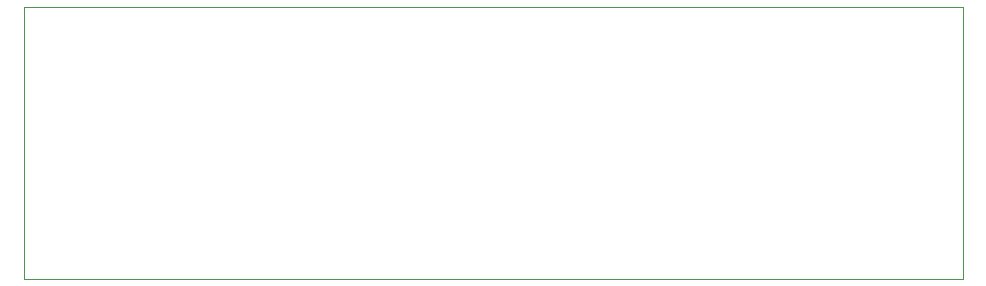
<source format=gbr>
%TF.GenerationSoftware,KiCad,Pcbnew,(6.0.7)*%
%TF.CreationDate,2022-10-12T10:01:19-04:00*%
%TF.ProjectId,minirib-usb,6d696e69-7269-4622-9d75-73622e6b6963,C*%
%TF.SameCoordinates,Original*%
%TF.FileFunction,Profile,NP*%
%FSLAX46Y46*%
G04 Gerber Fmt 4.6, Leading zero omitted, Abs format (unit mm)*
G04 Created by KiCad (PCBNEW (6.0.7)) date 2022-10-12 10:01:19*
%MOMM*%
%LPD*%
G01*
G04 APERTURE LIST*
%TA.AperFunction,Profile*%
%ADD10C,0.050000*%
%TD*%
G04 APERTURE END LIST*
D10*
X179500000Y-111500000D02*
X100000000Y-111500000D01*
X100000000Y-88500000D01*
X179500000Y-88500000D01*
X179500000Y-111500000D01*
M02*

</source>
